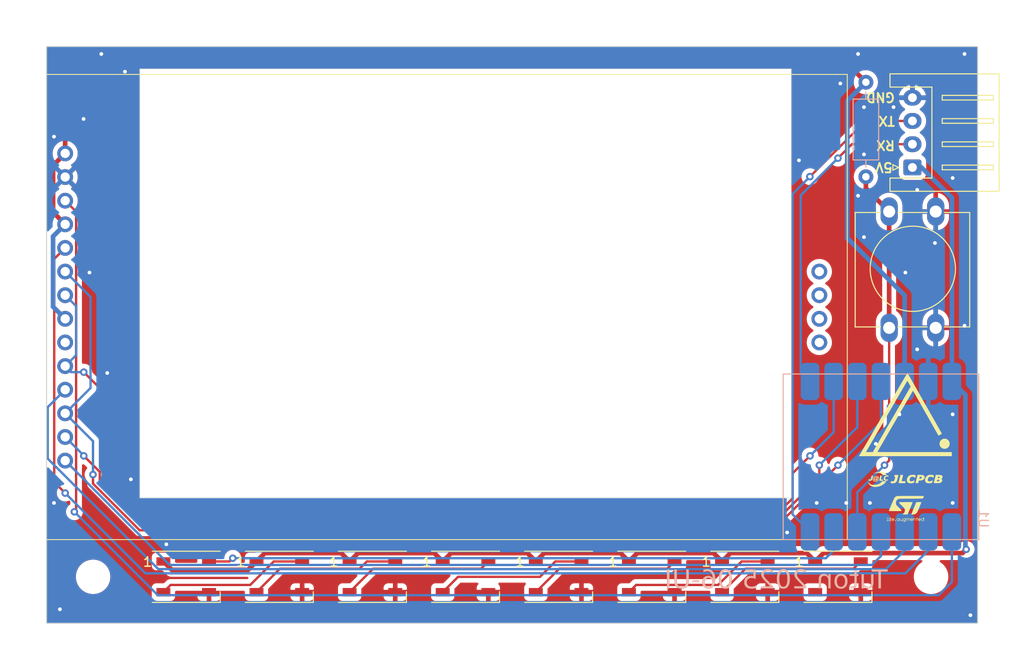
<source format=kicad_pcb>
(kicad_pcb (version 20221018) (generator pcbnew)
  (layers (0 "F.Cu" signal) (31 "B.Cu" signal) (34 "B.Paste" user) (35 "F.Paste" user) (36 "B.SilkS" user "B.Silkscreen") (37 "F.SilkS" user "F.Silkscreen") (38 "B.Mask" user) (39 "F.Mask" user) (44 "Edge.Cuts" user))
  (net 0 "")
  (net 1 "+5V")
  (net 2 "Net-(D1-DOUT)")
  (net 3 "GND")
  (net 4 "WS2812B")
  (net 5 "Net-(D2-DOUT)")
  (net 6 "Net-(D3-DOUT)")
  (net 7 "Net-(D4-DOUT)")
  (net 8 "Net-(D5-DOUT)")
  (net 9 "Net-(D6-DOUT)")
  (net 10 "Net-(D7-DOUT)")
  (net 12 "RX")
  (net 13 "TX")
  (net 14 "SW")
  (net 15 "+3V3")
  (net 16 "Display_CS")
  (net 17 "Display_DC")
  (net 18 "Touch_CS")
  (net 19 "Touch_IRQ")
  (net 20 "SCK")
  (net 21 "MISO")
  (net 22 "MOSI")
  (footprint "LED_SMD:LED_WS2812B_PLCC4_5.0x5.0mm_P3.2mm" (layer "F.Cu") (at 85 107)
    (fp_text reference "D3" hide)
    (fp_text value "WS2812B")
    (fp_text user "1" (at -4.15 -1.6) (layer "F.SilkS"))
    (pad "1" smd rect (at -2.45 -1.65) (size 1.5 0.9) (layers "F.Cu" "F.Paste" "F.Mask") (net 1 "+5V"))
    (pad "2" smd rect (at -2.45 1.65) (size 1.5 0.9) (layers "F.Cu" "F.Paste" "F.Mask") (net 6 "Net-(D3-DOUT)"))
    (pad "3" smd rect (at 2.45 1.65) (size 1.5 0.9) (layers "F.Cu" "F.Paste" "F.Mask") (net 3 "GND"))
    (pad "4" smd rect (at 2.45 -1.65) (size 1.5 0.9) (layers "F.Cu" "F.Paste" "F.Mask") (net 5 "Net-(D2-DOUT)"))
  )
  (footprint "MountingHole:MountingHole_3.2mm_M3" (layer "F.Cu") (at 145 107)
    (fp_text reference "H2" hide)
    (fp_text value "MountingHole")
    (pad "" np_thru_hole circle (at 0 0) (size 3.2 3.2) (drill 3.2) (layers "*.Cu" "*.Mask"))
  )
  (footprint "MountingHole:MountingHole_3.2mm_M3" (layer "F.Cu") (at 55 107)
    (fp_text reference "H1" hide)
    (fp_text value "MountingHole")
    (pad "" np_thru_hole circle (at 0 0) (size 3.2 3.2) (drill 3.2) (layers "*.Cu" "*.Mask"))
  )
  (footprint "Button_Switch_THT:SW_PUSH-12mm" (layer "F.Cu") (at 140.5 80.24 90)
    (fp_text reference "SW1" hide)
    (fp_text value "SW_Push" hide)
    (pad "1" thru_hole oval (at 0 0 90) (size 3.048 1.85) (drill 1.3) (layers "*.Cu" "*.Mask") (net 14 "SW"))
    (pad "1" thru_hole oval (at 12.5 0 90) (size 3.048 1.85) (drill 1.3) (layers "*.Cu" "*.Mask") (net 14 "SW"))
    (pad "2" thru_hole oval (at 0 5 90) (size 3.048 1.85) (drill 1.3) (layers "*.Cu" "*.Mask") (net 3 "GND"))
    (pad "2" thru_hole oval (at 12.5 5 90) (size 3.048 1.85) (drill 1.3) (layers "*.Cu" "*.Mask") (net 3 "GND"))
  )
  (footprint "LED_SMD:LED_WS2812B_PLCC4_5.0x5.0mm_P3.2mm" (layer "F.Cu") (at 65 107)
    (fp_text reference "D1" hide)
    (fp_text value "WS2812B")
    (fp_text user "1" (at -4.15 -1.6) (layer "F.SilkS"))
    (pad "1" smd rect (at -2.45 -1.65) (size 1.5 0.9) (layers "F.Cu" "F.Paste" "F.Mask") (net 1 "+5V"))
    (pad "2" smd rect (at -2.45 1.65) (size 1.5 0.9) (layers "F.Cu" "F.Paste" "F.Mask") (net 2 "Net-(D1-DOUT)"))
    (pad "3" smd rect (at 2.45 1.65) (size 1.5 0.9) (layers "F.Cu" "F.Paste" "F.Mask") (net 3 "GND"))
    (pad "4" smd rect (at 2.45 -1.65) (size 1.5 0.9) (layers "F.Cu" "F.Paste" "F.Mask") (net 4 "WS2812B"))
  )
  (footprint "logo:st_logo_small" (layer "F.Cu") (at 142.24 99.695)
    (fp_text reference "G***" hide)
    (fp_text value "LOGO" hide)
  )
  (footprint "Akiduki:MS2807" (layer "F.Cu") (at 93 78 180)
    (fp_text reference "U2" hide)
    (fp_text value "~" hide)
    (fp_rect (start -37 -20.52) (end 33 25.6) (stroke (width 0.05)) (fill none) (layer "Edge.Cuts"))
    (pad "" thru_hole circle (at -40 -3.81 180) (size 1.7 1.7) (drill 1) (layers "*.Cu" "*.Mask"))
    (pad "" thru_hole circle (at -40 -1.27 180) (size 1.7 1.7) (drill 1) (layers "*.Cu" "*.Mask"))
    (pad "" thru_hole circle (at -40 1.27 180) (size 1.7 1.7) (drill 1) (layers "*.Cu" "*.Mask"))
    (pad "" thru_hole circle (at -40 3.81 180) (size 1.7 1.7) (drill 1) (layers "*.Cu" "*.Mask"))
    (pad "1" thru_hole circle (at 41 16.51 180) (size 1.7 1.7) (drill 1) (layers "*.Cu" "*.Mask") (net 15 "+3V3"))
    (pad "2" thru_hole circle (at 41 13.97 180) (size 1.7 1.7) (drill 1) (layers "*.Cu" "*.Mask") (net 3 "GND"))
    (pad "3" thru_hole circle (at 41 11.43 180) (size 1.7 1.7) (drill 1) (layers "*.Cu" "*.Mask") (net 16 "Display_CS"))
    (pad "4" thru_hole circle (at 41 8.89 180) (size 1.7 1.7) (drill 1) (layers "*.Cu" "*.Mask") (net 15 "+3V3"))
    (pad "5" thru_hole circle (at 41 6.35 180) (size 1.7 1.7) (drill 1) (layers "*.Cu" "*.Mask") (net 17 "Display_DC"))
    (pad "6" thru_hole circle (at 41 3.81 180) (size 1.7 1.7) (drill 1) (layers "*.Cu" "*.Mask") (net 22 "MOSI"))
    (pad "7" thru_hole circle (at 41 1.27 180) (size 1.7 1.7) (drill 1) (layers "*.Cu" "*.Mask") (net 20 "SCK"))
    (pad "8" thru_hole circle (at 41 -1.27 180) (size 1.7 1.7) (drill 1) (layers "*.Cu" "*.Mask") (net 15 "+3V3"))
    (pad "9" thru_hole circle (at 41 -3.81 180) (size 1.7 1.7) (drill 1) (layers "*.Cu" "*.Mask"))
    (pad "10" thru_hole circle (at 41 -6.35 180) (size 1.7 1.7) (drill 1) (layers "*.Cu" "*.Mask") (net 20 "SCK"))
    (pad "11" thru_hole circle (at 41 -8.89 180) (size 1.7 1.7) (drill 1) (layers "*.Cu" "*.Mask") (net 18 "Touch_CS"))
    (pad "12" thru_hole circle (at 41 -11.43 180) (size 1.7 1.7) (drill 1) (layers "*.Cu" "*.Mask") (net 22 "MOSI"))
    (pad "13" thru_hole circle (at 41 -13.97 180) (size 1.7 1.7) (drill 1) (layers "*.Cu" "*.Mask") (net 21 "MISO"))
    (pad "14" thru_hole circle (at 41 -16.51 180) (size 1.7 1.7) (drill 1) (layers "*.Cu" "*.Mask") (net 19 "Touch_IRQ"))
  )
  (footprint "LED_SMD:LED_WS2812B_PLCC4_5.0x5.0mm_P3.2mm" (layer "F.Cu") (at 135 107)
    (fp_text reference "D8" hide)
    (fp_text value "WS2812B")
    (fp_text user "1" (at -4.15 -1.6) (layer "F.SilkS"))
    (pad "1" smd rect (at -2.45 -1.65) (size 1.5 0.9) (layers "F.Cu" "F.Paste" "F.Mask") (net 1 "+5V"))
    (pad "2" smd rect (at -2.45 1.65) (size 1.5 0.9) (layers "F.Cu" "F.Paste" "F.Mask"))
    (pad "3" smd rect (at 2.45 1.65) (size 1.5 0.9) (layers "F.Cu" "F.Paste" "F.Mask") (net 3 "GND"))
    (pad "4" smd rect (at 2.45 -1.65) (size 1.5 0.9) (layers "F.Cu" "F.Paste" "F.Mask") (net 10 "Net-(D7-DOUT)"))
  )
  (footprint "LED_SMD:LED_WS2812B_PLCC4_5.0x5.0mm_P3.2mm" (layer "F.Cu") (at 105 107)
    (fp_text reference "D5" hide)
    (fp_text value "WS2812B")
    (fp_text user "1" (at -4.15 -1.6) (layer "F.SilkS"))
    (pad "1" smd rect (at -2.45 -1.65) (size 1.5 0.9) (layers "F.Cu" "F.Paste" "F.Mask") (net 1 "+5V"))
    (pad "2" smd rect (at -2.45 1.65) (size 1.5 0.9) (layers "F.Cu" "F.Paste" "F.Mask") (net 8 "Net-(D5-DOUT)"))
    (pad "3" smd rect (at 2.45 1.65) (size 1.5 0.9) (layers "F.Cu" "F.Paste" "F.Mask") (net 3 "GND"))
    (pad "4" smd rect (at 2.45 -1.65) (size 1.5 0.9) (layers "F.Cu" "F.Paste" "F.Mask") (net 7 "Net-(D4-DOUT)"))
  )
  (footprint "LED_SMD:LED_WS2812B_PLCC4_5.0x5.0mm_P3.2mm" (layer "F.Cu") (at 115 107)
    (fp_text reference "D6" hide)
    (fp_text value "WS2812B")
    (fp_text user "1" (at -4.15 -1.6) (layer "F.SilkS"))
    (pad "1" smd rect (at -2.45 -1.65) (size 1.5 0.9) (layers "F.Cu" "F.Paste" "F.Mask") (net 1 "+5V"))
    (pad "2" smd rect (at -2.45 1.65) (size 1.5 0.9) (layers "F.Cu" "F.Paste" "F.Mask") (net 9 "Net-(D6-DOUT)"))
    (pad "3" smd rect (at 2.45 1.65) (size 1.5 0.9) (layers "F.Cu" "F.Paste" "F.Mask") (net 3 "GND"))
    (pad "4" smd rect (at 2.45 -1.65) (size 1.5 0.9) (layers "F.Cu" "F.Paste" "F.Mask") (net 8 "Net-(D5-DOUT)"))
  )
  (footprint "LED_SMD:LED_WS2812B_PLCC4_5.0x5.0mm_P3.2mm" (layer "F.Cu") (at 125 107)
    (fp_text reference "D7" hide)
    (fp_text value "WS2812B")
    (fp_text user "1" (at -4.15 -1.6) (layer "F.SilkS"))
    (pad "1" smd rect (at -2.45 -1.65) (size 1.5 0.9) (layers "F.Cu" "F.Paste" "F.Mask") (net 1 "+5V"))
    (pad "2" smd rect (at -2.45 1.65) (size 1.5 0.9) (layers "F.Cu" "F.Paste" "F.Mask") (net 10 "Net-(D7-DOUT)"))
    (pad "3" smd rect (at 2.45 1.65) (size 1.5 0.9) (layers "F.Cu" "F.Paste" "F.Mask") (net 3 "GND"))
    (pad "4" smd rect (at 2.45 -1.65) (size 1.5 0.9) (layers "F.Cu" "F.Paste" "F.Mask") (net 9 "Net-(D6-DOUT)"))
  )
  (footprint "LED_SMD:LED_WS2812B_PLCC4_5.0x5.0mm_P3.2mm" (layer "F.Cu") (at 95 107)
    (fp_text reference "D4" hide)
    (fp_text value "WS2812B")
    (fp_text user "1" (at -4.15 -1.6) (layer "F.SilkS"))
    (pad "1" smd rect (at -2.45 -1.65) (size 1.5 0.9) (layers "F.Cu" "F.Paste" "F.Mask") (net 1 "+5V"))
    (pad "2" smd rect (at -2.45 1.65) (size 1.5 0.9) (layers "F.Cu" "F.Paste" "F.Mask") (net 7 "Net-(D4-DOUT)"))
    (pad "3" smd rect (at 2.45 1.65) (size 1.5 0.9) (layers "F.Cu" "F.Paste" "F.Mask") (net 3 "GND"))
    (pad "4" smd rect (at 2.45 -1.65) (size 1.5 0.9) (layers "F.Cu" "F.Paste" "F.Mask") (net 6 "Net-(D3-DOUT)"))
  )
  (footprint "logo:jlcpcb_log_small" (layer "F.Cu") (at 142.24 96.52)
    (fp_text reference "G***" hide)
    (fp_text value "LOGO" hide)
  )
  (footprint "LED_SMD:LED_WS2812B_PLCC4_5.0x5.0mm_P3.2mm" (layer "F.Cu") (at 75 107)
    (fp_text reference "D2" hide)
    (fp_text value "WS2812B")
    (fp_text user "1" (at -4.15 -1.6) (layer "F.SilkS"))
    (pad "1" smd rect (at -2.45 -1.65) (size 1.5 0.9) (layers "F.Cu" "F.Paste" "F.Mask") (net 1 "+5V"))
    (pad "2" smd rect (at -2.45 1.65) (size 1.5 0.9) (layers "F.Cu" "F.Paste" "F.Mask") (net 5 "Net-(D2-DOUT)"))
    (pad "3" smd rect (at 2.45 1.65) (size 1.5 0.9) (layers "F.Cu" "F.Paste" "F.Mask") (net 3 "GND"))
    (pad "4" smd rect (at 2.45 -1.65) (size 1.5 0.9) (layers "F.Cu" "F.Paste" "F.Mask") (net 2 "Net-(D1-DOUT)"))
  )
  (footprint "Connector_JST:JST_XH_S4B-XH-A_1x04_P2.50mm_Horizontal" (layer "F.Cu") (at 143 63 90)
    (fp_text reference "J1" hide)
    (fp_text value "OpenMV Conn")
    (pad "1" thru_hole roundrect (at 0 0 90) (size 1.7 1.95) (drill 0.95) (layers "*.Cu" "*.Mask") (roundrect_rratio 0.1470588235) (net 1 "+5V"))
    (pad "2" thru_hole oval (at 2.5 0 90) (size 1.7 1.95) (drill 0.95) (layers "*.Cu" "*.Mask") (net 12 "RX"))
    (pad "3" thru_hole oval (at 5 0 90) (size 1.7 1.95) (drill 0.95) (layers "*.Cu" "*.Mask") (net 13 "TX"))
    (pad "4" thru_hole oval (at 7.5 0 90) (size 1.7 1.95) (drill 0.95) (layers "*.Cu" "*.Mask") (net 3 "GND"))
  )
  (footprint "logo:tuton_logo" (layer "F.Cu") (at 142.24 89.535)
    (fp_text reference "G***" hide)
    (fp_text value "LOGO" hide)
  )
  (footprint "XIAO:MOUDLE14P-SMD-2.54-21X17.8MM" (layer "B.Cu") (at 129.12 103 90)
    (fp_text reference "U1" (at 2.25 21.5 270 unlocked) (layer "B.SilkS") (effects (justify mirror)))
    (fp_text value "~")
    (pad "1" smd roundrect (at 0.835 18.12 90) (size 4 2) (layers "B.Cu" "B.Paste" "B.Mask") (net 16 "Display_CS"))
    (pad "2" smd roundrect (at 0.835 15.58 90) (size 4 2) (layers "B.Cu" "B.Paste" "B.Mask") (net 17 "Display_DC"))
    (pad "3" smd roundrect (at 0.835 13.04 90) (size 4 2) (layers "B.Cu" "B.Paste" "B.Mask") (net 18 "Touch_CS"))
    (pad "4" smd roundrect (at 0.835 10.5 90) (size 4 2) (layers "B.Cu" "B.Paste" "B.Mask") (net 19 "Touch_IRQ"))
    (pad "5" smd roundrect (at 0.835 7.96 90) (size 4 2) (layers "B.Cu" "B.Paste" "B.Mask") (net 14 "SW"))
    (pad "6" smd roundrect (at 0.835 5.42 90) (size 4 2) (layers "B.Cu" "B.Paste" "B.Mask") (net 4 "WS2812B"))
    (pad "7" smd roundrect (at 0.835 2.88 90) (size 4 2) (layers "B.Cu" "B.Paste" "B.Mask") (net 13 "TX"))
    (pad "8" smd roundrect (at 17 2.88 90) (size 4 2) (layers "B.Cu" "B.Paste" "B.Mask") (net 12 "RX"))
    (pad "9" smd roundrect (at 17 5.42 90) (size 4 2) (layers "B.Cu" "B.Paste" "B.Mask") (net 20 "SCK"))
    (pad "10" smd roundrect (at 17 7.96 90) (size 4 2) (layers "B.Cu" "B.Paste" "B.Mask") (net 21 "MISO"))
    (pad "11" smd roundrect (at 17 10.5 90) (size 4 2) (layers "B.Cu" "B.Paste" "B.Mask") (net 22 "MOSI"))
    (pad "12" smd roundrect (at 17 13.04 90) (size 4 2) (layers "B.Cu" "B.Paste" "B.Mask") (net 15 "+3V3"))
    (pad "13" smd roundrect (at 17 15.58 90) (size 4 2) (layers "B.Cu" "B.Paste" "B.Mask") (net 3 "GND"))
    (pad "14" smd roundrect (at 17 18.12 90) (size 4 2) (layers "B.Cu" "B.Paste" "B.Mask") (net 1 "+5V"))
  )
  (footprint "Resistor_THT:R_Axial_DIN0207_L6.3mm_D2.5mm_P10.16mm_Horizontal" (layer "B.Cu") (at 138 64 90)
    (fp_text reference "R1" hide)
    (fp_text value "R")
    (pad "1" thru_hole circle (at 0 0 90) (size 1.6 1.6) (drill 0.8) (layers "*.Cu" "*.Mask") (net 14 "SW"))
    (pad "2" thru_hole oval (at 10.16 0 90) (size 1.6 1.6) (drill 0.8) (layers "*.Cu" "*.Mask") (net 15 "+3V3"))
  )
  (gr_rect (start 50 50) (end 150 112) (stroke (width 0.1)) (fill none) (layer "Edge.Cuts"))
  (gr_text "Tuton 2025 06-UI" (at 140.335 108.585) (layer "B.SilkS") (effects (font (size 2 2) (thickness 0.4)) (justify left bottom mirror)))
  (gr_text "GND" (at 141.224 54.864 -180) (layer "F.SilkS") (effects (font (size 1 1) (thickness 0.2) bold) (justify left bottom)))
  (gr_text "TX" (at 141.224 57.404 -180) (layer "F.SilkS") (effects (font (size 1 1) (thickness 0.2) bold) (justify left bottom)))
  (gr_text "RX" (at 141.224 60.0202 -180) (layer "F.SilkS") (effects (font (size 1 1) (thickness 0.2) bold) (justify left bottom)))
  (gr_text "5V" (at 140.97 62.3896 -180) (layer "F.SilkS") (effects (font (size 1 1) (thickness 0.2) bold) (justify left bottom)))
  (segment (start 91.65 104.45) (end 83.45 104.45) (width 0.5) (layer "F.Cu") (net 1))
  (segment (start 101.65 104.45) (end 93.45 104.45) (width 0.5) (layer "F.Cu") (net 1))
  (segment (start 102.55 105.35) (end 101.65 104.45) (width 0.5) (layer "F.Cu") (net 1))
  (segment (start 148.77071 104.047808) (end 148.368518 104.45) (width 0.5) (layer "F.Cu") (net 1))
  (segment (start 123.45 104.45) (end 122.55 105.35) (width 0.5) (layer "F.Cu") (net 1))
  (segment (start 131.65 104.45) (end 123.45 104.45) (width 0.5) (layer "F.Cu") (net 1))
  (segment (start 92.55 105.35) (end 91.65 104.45) (width 0.5) (layer "F.Cu") (net 1))
  (segment (start 73.45 104.45) (end 72.55 105.35) (width 0.5) (layer "F.Cu") (net 1))
  (segment (start 122.55 105.35) (end 121.65 104.45) (width 0.5) (layer "F.Cu") (net 1))
  (segment (start 103.45 104.45) (end 102.55 105.35) (width 0.5) (layer "F.Cu") (net 1))
  (segment (start 148.368518 104.45) (end 133.45 104.45) (width 0.5) (layer "F.Cu") (net 1))
  (segment (start 63.45 106.25) (end 62.55 105.35) (width 0.5) (layer "F.Cu") (net 1))
  (segment (start 82.55 105.35) (end 81.65 104.45) (width 0.5) (layer "F.Cu") (net 1))
  (segment (start 93.45 104.45) (end 92.55 105.35) (width 0.5) (layer "F.Cu") (net 1))
  (segment (start 71.65 106.25) (end 63.45 106.25) (width 0.5) (layer "F.Cu") (net 1))
  (segment (start 133.45 104.45) (end 132.55 105.35) (width 0.5) (layer "F.Cu") (net 1))
  (segment (start 112.55 105.35) (end 111.65 104.45) (width 0.5) (layer "F.Cu") (net 1))
  (segment (start 111.65 104.45) (end 103.45 104.45) (width 0.5) (layer "F.Cu") (net 1))
  (segment (start 81.65 104.45) (end 73.45 104.45) (width 0.5) (layer "F.Cu") (net 1))
  (segment (start 113.45 104.45) (end 112.55 105.35) (width 0.5) (layer "F.Cu") (net 1))
  (segment (start 83.45 104.45) (end 82.55 105.35) (width 0.5) (layer "F.Cu") (net 1))
  (segment (start 132.55 105.35) (end 131.65 104.45) (width 0.5) (layer "F.Cu") (net 1))
  (segment (start 121.65 104.45) (end 113.45 104.45) (width 0.5) (layer "F.Cu") (net 1))
  (segment (start 72.55 105.35) (end 71.65 106.25) (width 0.5) (layer "F.Cu") (net 1))
  (via (at 148.77071 104.047808) (size 0.8) (drill 0.4) (layers "F.Cu" "B.Cu") (net 1))
  (segment (start 148.69 87.45) (end 147.24 86) (width 0.5) (layer "B.Cu") (net 1))
  (segment (start 147.24 66.265) (end 143.975 63) (width 0.5) (layer "B.Cu") (net 1))
  (segment (start 147.24 86) (end 147.24 66.265) (width 0.5) (layer "B.Cu") (net 1))
  (segment (start 148.77071 104.047808) (end 148.69 103.967098) (width 0.5) (layer "B.Cu") (net 1))
  (segment (start 148.69 103.967098) (end 148.69 87.45) (width 0.5) (layer "B.Cu") (net 1))
  (segment (start 143.975 63) (end 143 63) (width 0.5) (layer "B.Cu") (net 1))
  (segment (start 71.875 107.875) (end 63.325 107.875) (width 0.25) (layer "F.Cu") (net 2))
  (segment (start 63.325 107.875) (end 62.55 108.65) (width 0.25) (layer "F.Cu") (net 2))
  (segment (start 74.4 105.35) (end 71.875 107.875) (width 0.25) (layer "F.Cu") (net 2))
  (segment (start 77.45 105.35) (end 74.4 105.35) (width 0.25) (layer "F.Cu") (net 2))
  (via (at 132.715 99.06) (size 0.8) (drill 0.4) (layers "F.Cu" "B.Cu") (net 3))
  (via (at 148.59 50.8) (size 0.8) (drill 0.4) (layers "F.Cu" "B.Cu") (net 3))
  (via (at 129.54 102.235) (size 0.8) (drill 0.4) (layers "F.Cu" "B.Cu") (net 3))
  (via (at 51.435 110.49) (size 0.8) (drill 0.4) (layers "F.Cu" "B.Cu") (net 3))
  (via (at 59.055 96.52) (size 0.8) (drill 0.4) (layers "F.Cu" "B.Cu") (net 3))
  (via (at 147.32 64.135) (size 0.8) (drill 0.4) (layers "F.Cu" "B.Cu") (net 3))
  (via (at 62.865 103.505) (size 0.8) (drill 0.4) (layers "F.Cu" "B.Cu") (net 3))
  (via (at 137.795 70.485) (size 0.8) (drill 0.4) (layers "F.Cu" "B.Cu") (net 3))
  (via (at 149.225 111.125) (size 0.8) (drill 0.4) (layers "F.Cu" "B.Cu") (net 3))
  (via (at 148.59 80.01) (size 0.8) (drill 0.4) (layers "F.Cu" "B.Cu") (net 3))
  (via (at 139.065 92.71) (size 0.8) (drill 0.4) (layers "F.Cu" "B.Cu") (net 3))
  (via (at 54.61 74.295) (size 0.8) (drill 0.4) (layers "F.Cu" "B.Cu") (net 3))
  (via (at 50.8 59.69) (size 0.8) (drill 0.4) (layers "F.Cu" "B.Cu") (net 3))
  (via (at 135.89 99.06) (size 0.8) (drill 0.4) (layers "F.Cu" "B.Cu") (net 3))
  (via (at 130.81 62.23) (size 0.8) (drill 0.4) (layers "F.Cu" "B.Cu") (net 3))
  (via (at 137.16 50.8) (size 0.8) (drill 0.4) (layers "F.Cu" "B.Cu") (net 3))
  (via (at 53.975 57.785) (size 0.8) (drill 0.4) (layers "F.Cu" "B.Cu") (net 3))
  (via (at 50.8 99.06) (size 0.8) (drill 0.4) (layers "F.Cu" "B.Cu") (net 3))
  (via (at 137.795 56.515) (size 0.8) (drill 0.4) (layers "F.Cu" "B.Cu") (net 3))
  (via (at 143.51 65.405) (size 0.8) (drill 0.4) (layers "F.Cu" "B.Cu") (net 3))
  (via (at 137.795 61.595) (size 0.8) (drill 0.4) (layers "F.Cu" "B.Cu") (net 3))
  (via (at 56.515 85.09) (size 0.8) (drill 0.4) (layers "F.Cu" "B.Cu") (net 3))
  (via (at 140.97 56.515) (size 0.8) (drill 0.4) (layers "F.Cu" "B.Cu") (net 3))
  (via (at 55.88 50.8) (size 0.8) (drill 0.4) (layers "F.Cu" "B.Cu") (net 3))
  (via (at 142.24 74.295) (size 0.8) (drill 0.4) (layers "F.Cu" "B.Cu") (net 3))
  (via (at 141.605 89.535) (size 0.8) (drill 0.4) (layers "F.Cu" "B.Cu") (net 3))
  (via (at 147.32 99.06) (size 0.8) (drill 0.4) (layers "F.Cu" "B.Cu") (net 3))
  (via (at 135.255 53.975) (size 0.8) (drill 0.4) (layers "F.Cu" "B.Cu") (net 3))
  (via (at 147.32 89.535) (size 0.8) (drill 0.4) (layers "F.Cu" "B.Cu") (net 3))
  (via (at 145.415 71.12) (size 0.8) (drill 0.4) (layers "F.Cu" "B.Cu") (net 3))
  (via (at 138.43 99.06) (size 0.8) (drill 0.4) (layers "F.Cu" "B.Cu") (net 3))
  (via (at 137.16 66.04) (size 0.8) (drill 0.4) (layers "F.Cu" "B.Cu") (net 3))
  (via (at 143.51 82.55) (size 0.8) (drill 0.4) (layers "F.Cu" "B.Cu") (net 3))
  (via (at 58.42 52.705) (size 0.8) (drill 0.4) (layers "F.Cu" "B.Cu") (net 3))
  (segment (start 70 105) (end 69.65 105.35) (width 0.25) (layer "F.Cu") (net 4))
  (segment (start 69.65 105.35) (end 67.45 105.35) (width 0.25) (layer "F.Cu") (net 4))
  (via (at 70 105) (size 0.8) (drill 0.4) (layers "F.Cu" "B.Cu") (net 4))
  (segment (start 134.54 102.165) (end 134.54 104.165) (width 0.25) (layer "B.Cu") (net 4))
  (segment (start 133.705 105) (end 70 105) (width 0.25) (layer "B.Cu") (net 4))
  (segment (start 134.54 104.165) (end 133.705 105) (width 0.25) (layer "B.Cu") (net 4))
  (segment (start 75.075 106.125) (end 72.55 108.65) (width 0.25) (layer "F.Cu") (net 5))
  (segment (start 84.4 105.35) (end 83.625 106.125) (width 0.25) (layer "F.Cu") (net 5))
  (segment (start 83.625 106.125) (end 75.075 106.125) (width 0.25) (layer "F.Cu") (net 5))
  (segment (start 87.45 105.35) (end 84.4 105.35) (width 0.25) (layer "F.Cu") (net 5))
  (segment (start 96.675 106.125) (end 85.075 106.125) (width 0.25) (layer "F.Cu") (net 6))
  (segment (start 97.45 105.35) (end 96.675 106.125) (width 0.25) (layer "F.Cu") (net 6))
  (segment (start 85.075 106.125) (end 82.55 108.65) (width 0.25) (layer "F.Cu") (net 6))
  (segment (start 94.2 107) (end 92.55 108.65) (width 0.25) (layer "F.Cu") (net 7))
  (segment (start 103 107) (end 94.2 107) (width 0.25) (layer "F.Cu") (net 7))
  (segment (start 104.65 105.35) (end 103 107) (width 0.25) (layer "F.Cu") (net 7))
  (segment (start 107.45 105.35) (end 104.65 105.35) (width 0.25) (layer "F.Cu") (net 7))
  (segment (start 116.675 106.125) (end 105.075 106.125) (width 0.25) (layer "F.Cu") (net 8))
  (segment (start 117.45 105.35) (end 116.675 106.125) (width 0.25) (layer "F.Cu") (net 8))
  (segment (start 105.075 106.125) (end 102.55 108.65) (width 0.25) (layer "F.Cu") (net 8))
  (segment (start 127.45 105.35) (end 124.65 105.35) (width 0.25) (layer "F.Cu") (net 9))
  (segment (start 122.125 107.875) (end 113.325 107.875) (width 0.25) (layer "F.Cu") (net 9))
  (segment (start 113.325 107.875) (end 112.55 108.65) (width 0.25) (layer "F.Cu") (net 9))
  (segment (start 124.65 105.35) (end 122.125 107.875) (width 0.25) (layer "F.Cu") (net 9))
  (segment (start 137.45 105.35) (end 136.675 106.125) (width 0.25) (layer "F.Cu") (net 10))
  (segment (start 136.675 106.125) (end 125.075 106.125) (width 0.25) (layer "F.Cu") (net 10))
  (segment (start 125.075 106.125) (end 122.55 108.65) (width 0.25) (layer "F.Cu") (net 10))
  (segment (start 135 62) (end 136.5 60.5) (width 0.25) (layer "F.Cu") (net 12))
  (segment (start 136.5 60.5) (end 143 60.5) (width 0.25) (layer "F.Cu") (net 12))
  (via (at 135 62) (size 0.8) (drill 0.4) (layers "F.Cu" "B.Cu") (net 12))
  (segment (start 132 86) (end 131 85) (width 0.25) (layer "B.Cu") (net 12))
  (segment (start 131 66) (end 135 62) (width 0.25) (layer "B.Cu") (net 12))
  (segment (start 131 85) (end 131 66) (width 0.25) (layer "B.Cu") (net 12))
  (segment (start 131.987701 63.986994) (end 131.987701 63.987701) (width 0.25) (layer "F.Cu") (net 13))
  (segment (start 137.974695 58) (end 131.987701 63.986994) (width 0.25) (layer "F.Cu") (net 13))
  (segment (start 143 58) (end 137.974695 58) (width 0.25) (layer "F.Cu") (net 13))
  (via (at 131.987701 63.987701) (size 0.8) (drill 0.4) (layers "F.Cu" "B.Cu") (net 13))
  (segment (start 130.125 65.850402) (end 130.125 100.29) (width 0.25) (layer "B.Cu") (net 13))
  (segment (start 130.125 100.29) (end 132 102.165) (width 0.25) (layer "B.Cu") (net 13))
  (segment (start 131.987701 63.987701) (end 130.125 65.850402) (width 0.25) (layer "B.Cu") (net 13))
  (segment (start 140.5 67.74) (end 140.5 80.24) (width 0.5) (layer "F.Cu") (net 14))
  (segment (start 140 95) (end 140.5 94.5) (width 0.25) (layer "F.Cu") (net 14))
  (segment (start 138 65.24) (end 140.5 67.74) (width 0.5) (layer "F.Cu") (net 14))
  (segment (start 138 64) (end 138 65.24) (width 0.5) (layer "F.Cu") (net 14))
  (segment (start 140.5 94.5) (end 140.5 80.24) (width 0.25) (layer "F.Cu") (net 14))
  (via (at 140 95) (size 0.8) (drill 0.4) (layers "F.Cu" "B.Cu") (net 14))
  (segment (start 137.08 97.92) (end 140 95) (width 0.25) (layer "B.Cu") (net 14))
  (segment (start 137.08 102.165) (end 137.08 97.92) (width 0.25) (layer "B.Cu") (net 14))
  (segment (start 50.7 67.81) (end 52 69.11) (width 0.5) (layer "F.Cu") (net 15))
  (segment (start 52 61.49) (end 52 57) (width 0.5) (layer "F.Cu") (net 15))
  (segment (start 52 61.49) (end 50.7 62.79) (width 0.5) (layer "F.Cu") (net 15))
  (segment (start 135.16 51) (end 138 53.84) (width 0.5) (layer "F.Cu") (net 15))
  (segment (start 58 51) (end 135.16 51) (width 0.5) (layer "F.Cu") (net 15))
  (segment (start 50.7 62.79) (end 50.7 67.81) (width 0.5) (layer "F.Cu") (net 15))
  (segment (start 52 57) (end 58 51) (width 0.5) (layer "F.Cu") (net 15))
  (segment (start 136 70.595) (end 136 55.84) (width 0.5) (layer "B.Cu") (net 15))
  (segment (start 50.7 77.97) (end 52 79.27) (width 0.5) (layer "B.Cu") (net 15))
  (segment (start 142.16 76.755) (end 136 70.595) (width 0.5) (layer "B.Cu") (net 15))
  (segment (start 50.7 70.41) (end 50.7 77.97) (width 0.5) (layer "B.Cu") (net 15))
  (segment (start 52 69.11) (end 50.7 70.41) (width 0.5) (layer "B.Cu") (net 15))
  (segment (start 136 55.84) (end 138 53.84) (width 0.5) (layer "B.Cu") (net 15))
  (segment (start 142.16 86) (end 142.16 76.755) (width 0.5) (layer "B.Cu") (net 15))
  (segment (start 53.175 99.825) (end 53.175 67.745) (width 0.25) (layer "F.Cu") (net 16))
  (segment (start 53.175 67.745) (end 52 66.57) (width 0.25) (layer "F.Cu") (net 16))
  (segment (start 52.987701 100.012299) (end 53.175 99.825) (width 0.25) (layer "F.Cu") (net 16))
  (via (at 52.987701 100.012299) (size 0.8) (drill 0.4) (layers "F.Cu" "B.Cu") (net 16))
  (segment (start 147.24 102.165) (end 147.24 107.553072) (width 0.25) (layer "B.Cu") (net 16))
  (segment (start 61.950402 108.975) (end 52.987701 100.012299) (width 0.25) (layer "B.Cu") (net 16))
  (segment (start 145.818072 108.975) (end 61.950402 108.975) (width 0.25) (layer "B.Cu") (net 16))
  (segment (start 147.24 107.553072) (end 145.818072 108.975) (width 0.25) (layer "B.Cu") (net 16))
  (segment (start 52 98) (end 50.825 96.825) (width 0.25) (layer "F.Cu") (net 17))
  (segment (start 50.825 96.825) (end 50.825 72.825) (width 0.25) (layer "F.Cu") (net 17))
  (segment (start 50.825 72.825) (end 52 71.65) (width 0.25) (layer "F.Cu") (net 17))
  (via (at 52 98) (size 0.8) (drill 0.4) (layers "F.Cu" "B.Cu") (net 17))
  (segment (start 60.625 106.625) (end 52 98) (width 0.25) (layer "B.Cu") (net 17))
  (segment (start 144.7 104.165) (end 142.24 106.625) (width 0.25) (layer "B.Cu") (net 17))
  (segment (start 144.7 102.165) (end 144.7 104.165) (width 0.25) (layer "B.Cu") (net 17))
  (segment (start 142.24 106.625) (end 60.625 106.625) (width 0.25) (layer "B.Cu") (net 17))
  (segment (start 50.125 88.765) (end 52 86.89) (width 0.25) (layer "B.Cu") (net 18))
  (segment (start 50.125 94.296701) (end 50.125 88.765) (width 0.25) (layer "B.Cu") (net 18))
  (segment (start 140.15 106.175) (end 62.003299 106.175) (width 0.25) (layer "B.Cu") (net 18))
  (segment (start 62.003299 106.175) (end 50.125 94.296701) (width 0.25) (layer "B.Cu") (net 18))
  (segment (start 142.16 104.165) (end 140.15 106.175) (width 0.25) (layer "B.Cu") (net 18))
  (segment (start 142.16 102.165) (end 142.16 104.165) (width 0.25) (layer "B.Cu") (net 18))
  (segment (start 138.650195 105.725) (end 63.215 105.725) (width 0.25) (layer "B.Cu") (net 19))
  (segment (start 139.62 104.755195) (end 138.650195 105.725) (width 0.25) (layer "B.Cu") (net 19))
  (segment (start 63.215 105.725) (end 52 94.51) (width 0.25) (layer "B.Cu") (net 19))
  (segment (start 139.62 102.165) (end 139.62 104.755195) (width 0.25) (layer "B.Cu") (net 19))
  (segment (start 130.125 98.571777) (end 128.696777 100) (width 0.25) (layer "F.Cu") (net 20))
  (segment (start 56.162701 87.162701) (end 54 85) (width 0.25) (layer "F.Cu") (net 20))
  (segment (start 132 94) (end 130.125 95.875) (width 0.25) (layer "F.Cu") (net 20))
  (segment (start 56.162701 96.162701) (end 56.162701 87.162701) (width 0.25) (layer "F.Cu") (net 20))
  (segment (start 128.696777 100) (end 60 100) (width 0.25) (layer "F.Cu") (net 20))
  (segment (start 130.125 95.875) (end 130.125 98.571777) (width 0.25) (layer "F.Cu") (net 20))
  (segment (start 60 100) (end 56.162701 96.162701) (width 0.25) (layer "F.Cu") (net 20))
  (via (at 54 85) (size 0.8) (drill 0.4) (layers "F.Cu" "B.Cu") (net 20))
  (via (at 132 94) (size 0.8) (drill 0.4) (layers "F.Cu" "B.Cu") (net 20))
  (segment (start 134.54 86) (end 134.54 91.46) (width 0.25) (layer "B.Cu") (net 20))
  (segment (start 52 84.35) (end 53.175 83.175) (width 0.25) (layer "B.Cu") (net 20))
  (segment (start 52.65 85) (end 52 84.35) (width 0.25) (layer "B.Cu") (net 20))
  (segment (start 54 85) (end 52.65 85) (width 0.25) (layer "B.Cu") (net 20))
  (segment (start 53.175 83.175) (end 53.175 77.905) (width 0.25) (layer "B.Cu") (net 20))
  (segment (start 53.175 77.905) (end 52 76.73) (width 0.25) (layer "B.Cu") (net 20))
  (segment (start 134.54 91.46) (end 132 94) (width 0.25) (layer "B.Cu") (net 20))
  (segment (start 60 101) (end 55.712701 96.712701) (width 0.25) (layer "F.Cu") (net 21))
  (segment (start 133 96.333173) (end 128.333173 101) (width 0.25) (layer "F.Cu") (net 21))
  (segment (start 128.333173 101) (end 60 101) (width 0.25) (layer "F.Cu") (net 21))
  (segment (start 55.712701 96.712701) (end 55.712701 95.712701) (width 0.25) (layer "F.Cu") (net 21))
  (segment (start 133 95) (end 133 96.333173) (width 0.25) (layer "F.Cu") (net 21))
  (segment (start 55.712701 95.712701) (end 54 94) (width 0.25) (layer "F.Cu") (net 21))
  (via (at 133 95) (size 0.8) (drill 0.4) (layers "F.Cu" "B.Cu") (net 21))
  (via (at 54 94) (size 0.8) (drill 0.4) (layers "F.Cu" "B.Cu") (net 21))
  (segment (start 137.08 90.92) (end 133 95) (width 0.25) (layer "B.Cu") (net 21))
  (segment (start 54 93.97) (end 52 91.97) (width 0.25) (layer "B.Cu") (net 21))
  (segment (start 54 94) (end 54 93.97) (width 0.25) (layer "B.Cu") (net 21))
  (segment (start 137.08 86) (end 137.08 90.92) (width 0.25) (layer "B.Cu") (net 21))
  (segment (start 54.987701 96.987701) (end 54.987701 96.012299) (width 0.25) (layer "F.Cu") (net 22))
  (segment (start 128 102) (end 60 102) (width 0.25) (layer "F.Cu") (net 22))
  (segment (start 60 102) (end 54.987701 96.987701) (width 0.25) (layer "F.Cu") (net 22))
  (segment (start 135 95) (end 128 102) (width 0.25) (layer "F.Cu") (net 22))
  (via (at 54.987701 96.012299) (size 0.8) (drill 0.4) (layers "F.Cu" "B.Cu") (net 22))
  (via (at 135 95) (size 0.8) (drill 0.4) (layers "F.Cu" "B.Cu") (net 22))
  (segment (start 54.725 86.705) (end 52 89.43) (width 0.25) (layer "B.Cu") (net 22))
  (segment (start 54.987701 92.417701) (end 52 89.43) (width 0.25) (layer "B.Cu") (net 22))
  (segment (start 139.62 86) (end 139.62 90.38) (width 0.25) (layer "B.Cu") (net 22))
  (segment (start 139.62 90.38) (end 135 95) (width 0.25) (layer "B.Cu") (net 22))
  (segment (start 54.987701 96.012299) (end 54.987701 92.417701) (width 0.25) (layer "B.Cu") (net 22))
  (segment (start 54.725 76.915) (end 54.725 86.705) (width 0.25) (layer "B.Cu") (net 22))
  (segment (start 52 74.19) (end 54.725 76.915) (width 0.25) (layer "B.Cu") (net 22))
  (zone (net 3) (net_name "GND") (layers "F&B.Cu") (connect_pads (clearance 0.5)) (min_thickness 0.25) (fill yes (thermal_gap 0.5) (thermal_bridge_width 0.5))
    (polygon (pts (xy 45 45) (xy 45 115) (xy 155 115) (xy 155 45)))
  )
)
</source>
